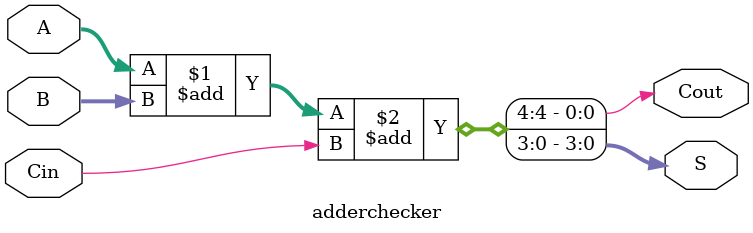
<source format=sv>
module adderchecker(A,B,Cin,S,Cout);
parameter WIDTH = 4;
parameter COMB_DELAY = 10;
input [WIDTH-1:0]A,B;
input Cin;
output [WIDTH-1:0] S;
output Cout;

assign #COMB_DELAY {Cout,S} = A + B + Cin;
//assign {Cout,S} = A + B + Cin;

endmodule

</source>
